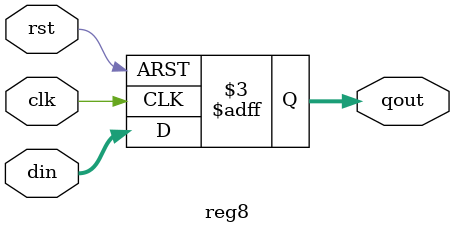
<source format=v>
module reg8
(
    input rst, clk,
    input[7:0] din,
    output reg[7:0] qout
);
always@(negedge rst, posedge clk)
    if(rst == 0)
        qout <= 0;
    else
        qout <= din;
        
endmodule 
</source>
